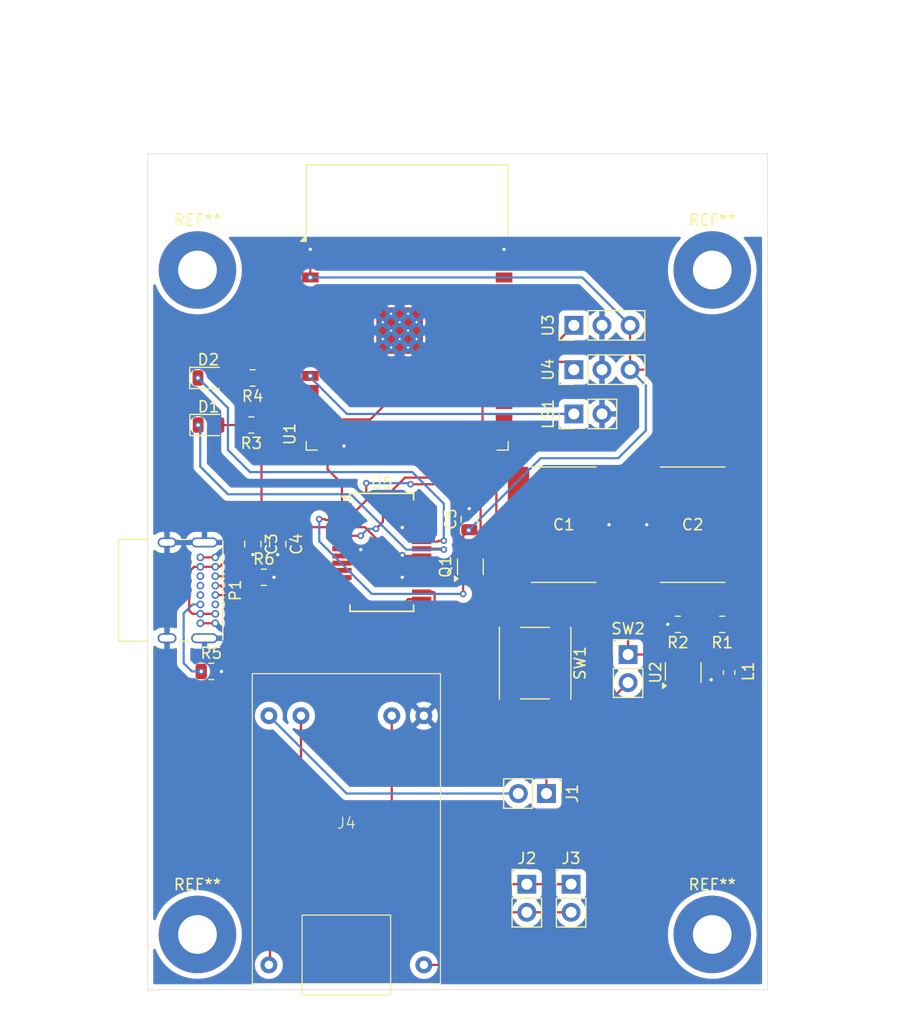
<source format=kicad_pcb>
(kicad_pcb (version 20240108) (generator "pcbnew") (generator_version "8.0")
  (layers (0 "F.Cu" signal) (1 "In1.Cu" signal) (2 "In2.Cu" signal) (31 "B.Cu" power) (34 "B.Paste" user) (35 "F.Paste" user) (36 "B.SilkS" user "B.Silkscreen") (37 "F.SilkS" user "F.Silkscreen") (38 "B.Mask" user) (39 "F.Mask" user) (44 "Edge.Cuts" user))
  (net 0 "")
  (net 1 "GND")
  (net 2 "/VCC_3.7")
  (net 3 "Net-(BT1--)")
  (net 4 "Net-(J1-Pin_1)")
  (net 5 "Net-(J2-Pin_1)")
  (net 6 "Net-(J2-Pin_2)")
  (net 7 "Net-(J4-Pin_6)")
  (net 8 "Net-(BT1-+)")
  (net 9 "Net-(U2-SW)")
  (net 10 "Net-(U1-IO25)")
  (net 11 "Net-(U2-FB)")
  (net 25 "/MOT_SENS2")
  (net 26 "/MOT_SENS1")
  (net 42 "/RESET")
  (net 43 "/DTR")
  (net 44 "/RTS")
  (net 45 "/GPIO0")
  (net 46 "/RX")
  (net 47 "/TX")
  (net 49 "/RXLED")
  (net 51 "/USB_D+")
  (net 52 "/USB_D-")
  (net 57 "/TXLED")
  (net 60 "/VCC_USB5")
  (net 63 "Net-(D1-A)")
  (net 64 "Net-(D2-A)")
  (net 65 "Net-(P1-CC)")
  (net 67 "Net-(P1-VCONN)")
  (footprint "LED_SMD:LED_0805_2012Metric" (layer "F.Cu") (at 69.5 103)
    (property "Reference" "D1" (at 0 -1.65 0) (layer "F.SilkS"))
    (property "Value" "RED")
    (pad "1" smd roundrect (at -0.9375 0) (size 0.975 1.4) (layers "F.Cu" "F.Paste" "F.Mask") (net 49 "/RXLED"))
    (pad "2" smd roundrect (at 0.9375 0) (size 0.975 1.4) (layers "F.Cu" "F.Paste" "F.Mask") (net 63 "Net-(D1-A)"))
  )
  (footprint "Connector_PinHeader_2.54mm:PinHeader_1x02_P2.54mm_Vertical" (layer "F.Cu") (at 98.25 144.46)
    (property "Reference" "J2" (at 0 -2.33 360) (layer "F.SilkS"))
    (property "Value" "Photovolatic Panel 1")
    (pad "1" thru_hole rect (at 0 0) (size 1.7 1.7) (drill 1) (layers "*.Cu" "*.Mask") (net 5 "Net-(J2-Pin_1)"))
    (pad "2" thru_hole oval (at 0 2.54) (size 1.7 1.7) (drill 1) (layers "*.Cu" "*.Mask") (net 6 "Net-(J2-Pin_2)"))
  )
  (footprint "Capacitor_SMD:C_3640_9110Metric" (layer "F.Cu") (at 101.5875 112)
    (property "Reference" "C1" (at 0 0 0) (layer "F.SilkS"))
    (property "Value" "10uF")
    (pad "1" smd roundrect (at -4.0875 0) (size 1.925 10.45) (layers "F.Cu" "F.Paste" "F.Mask") (roundrect_rratio 0.12987) (net 2 "/VCC_3.7"))
    (pad "2" smd roundrect (at 4.0875 0) (size 1.925 10.45) (layers "F.Cu" "F.Paste" "F.Mask") (roundrect_rratio 0.12987) (net 1 "GND"))
  )
  (footprint "Capacitor_SMD:C_0805_2012Metric" (layer "F.Cu") (at 93.05 111.5 90)
    (property "Reference" "C5" (at 0 -1.68 90) (layer "F.SilkS"))
    (property "Value" "100nF")
    (pad "1" smd roundrect (at -0.95 0 90) (size 1 1.45) (layers "F.Cu" "F.Paste" "F.Mask") (net 42 "/RESET"))
    (pad "2" smd roundrect (at 0.95 0 90) (size 1 1.45) (layers "F.Cu" "F.Paste" "F.Mask") (net 1 "GND"))
  )
  (footprint "Inductor_SMD:L_0603_1608Metric_Pad1.05x0.95mm_HandSolder" (layer "F.Cu") (at 116.5275 125.3475 -90)
    (property "Reference" "L1" (at -0.0975 -1.7225 90) (layer "F.SilkS"))
    (property "Value" "2.97uH")
    (pad "1" smd roundrect (at -0.875 0 270) (size 1.05 0.95) (layers "F.Cu" "F.Paste" "F.Mask") (net 42 "/RESET"))
    (pad "2" smd roundrect (at 0.875 0 270) (size 1.05 0.95) (layers "F.Cu" "F.Paste" "F.Mask") (net 9 "Net-(U2-SW)"))
  )
  (footprint "Resistor_SMD:R_0805_2012Metric" (layer "F.Cu") (at 111.8975 120.9975 180)
    (property "Reference" "R2" (at 0 -1.65 360) (layer "F.SilkS"))
    (property "Value" "44.2K")
    (pad "1" smd roundrect (at -0.9125 0 180) (size 1.025 1.4) (layers "F.Cu" "F.Paste" "F.Mask") (roundrect_rratio 0.243902) (net 11 "Net-(U2-FB)"))
    (pad "2" smd roundrect (at 0.9125 0 180) (size 1.025 1.4) (layers "F.Cu" "F.Paste" "F.Mask") (roundrect_rratio 0.243902) (net 1 "GND"))
  )
  (footprint "Connector_PinHeader_2.54mm:PinHeader_1x03_P2.54mm_Vertical" (layer "F.Cu") (at 102.5 98 90)
    (property "Reference" "U4" (at 0 -2.33 90) (layer "F.SilkS"))
    (property "Value" "HC-SR501")
    (pad "1" thru_hole rect (at 0 0 90) (size 1.7 1.7) (drill 1) (layers "*.Cu" "*.Mask") (net 25 "/MOT_SENS2"))
    (pad "2" thru_hole oval (at 0 2.54 90) (size 1.7 1.7) (drill 1) (layers "*.Cu" "*.Mask") (net 1 "GND"))
    (pad "3" thru_hole oval (at 0 5.08 90) (size 1.7 1.7) (drill 1) (layers "*.Cu" "*.Mask") (net 42 "/RESET"))
  )
  (footprint "Resistor_SMD:R_0805_2012Metric" (layer "F.Cu") (at 69.75 125.25)
    (property "Reference" "R5" (at 0 -1.65 0) (layer "F.SilkS"))
    (property "Value" "5.1k")
    (pad "1" smd roundrect (at -0.9125 0) (size 1.025 1.4) (layers "F.Cu" "F.Paste" "F.Mask") (roundrect_rratio 0.243902) (net 67 "Net-(P1-VCONN)"))
    (pad "2" smd roundrect (at 0.9125 0) (size 1.025 1.4) (layers "F.Cu" "F.Paste" "F.Mask") (roundrect_rratio 0.243902) (net 1 "GND"))
  )
  (footprint "Resistor_SMD:R_0805_2012Metric" (layer "F.Cu") (at 115.8975 120.9975 180)
    (property "Reference" "R1" (at 0 -1.65 360) (layer "F.SilkS"))
    (property "Value" "200K")
    (pad "1" smd roundrect (at -0.9125 0 180) (size 1.025 1.4) (layers "F.Cu" "F.Paste" "F.Mask") (roundrect_rratio 0.243902) (net 42 "/RESET"))
    (pad "2" smd roundrect (at 0.9125 0 180) (size 1.025 1.4) (layers "F.Cu" "F.Paste" "F.Mask") (roundrect_rratio 0.243902) (net 11 "Net-(U2-FB)"))
  )
  (footprint "Connector_PinHeader_2.54mm:PinHeader_1x02_P2.54mm_Vertical" (layer "F.Cu") (at 102.5 102 90)
    (property "Reference" "LS1" (at 0 -2.33 90) (layer "F.SilkS"))
    (property "Value" "Speaker")
    (pad "1" thru_hole rect (at 0 0 90) (size 1.7 1.7) (drill 1) (layers "*.Cu" "*.Mask") (net 10 "Net-(U1-IO25)"))
    (pad "2" thru_hole oval (at 0 2.54 90) (size 1.7 1.7) (drill 1) (layers "*.Cu" "*.Mask") (net 1 "GND"))
  )
  (footprint "Package_SO:SSOP-28_5.3x10.2mm_P0.65mm" (layer "F.Cu") (at 85.15 114.5)
    (property "Reference" "U5" (at 0 -6.25 0) (layer "F.SilkS"))
    (property "Value" "FT232RL")
    (pad "1" smd rect (at -3.6 -4.225) (size 1.75 0.45) (layers "F.Cu" "F.Paste" "F.Mask") (net 47 "/TX"))
    (pad "2" smd rect (at -3.6 -3.575) (size 1.75 0.45) (layers "F.Cu" "F.Paste" "F.Mask") (net 43 "/DTR"))
    (pad "3" smd rect (at -3.6 -2.925) (size 1.75 0.45) (layers "F.Cu" "F.Paste" "F.Mask") (net 44 "/RTS"))
    (pad "4" smd rect (at -3.6 -2.275) (size 1.75 0.45) (layers "F.Cu" "F.Paste" "F.Mask") (net 60 "/VCC_USB5"))
    (pad "5" smd rect (at -3.6 -1.625) (size 1.75 0.45) (layers "F.Cu" "F.Paste" "F.Mask") (net 46 "/RX"))
    (pad "6" smd rect (at -3.6 -0.975) (size 1.75 0.45) (layers "F.Cu" "F.Paste" "F.Mask"))
    (pad "7" smd rect (at -3.6 -0.325) (size 1.75 0.45) (layers "F.Cu" "F.Paste" "F.Mask") (net 1 "GND"))
    (pad "8" smd rect (at -3.6 0.325) (size 1.75 0.45) (layers "F.Cu" "F.Paste" "F.Mask"))
    (pad "9" smd rect (at -3.6 0.975) (size 1.75 0.45) (layers "F.Cu" "F.Paste" "F.Mask"))
    (pad "10" smd rect (at -3.6 1.625) (size 1.75 0.45) (layers "F.Cu" "F.Paste" "F.Mask"))
    (pad "11" smd rect (at -3.6 2.275) (size 1.75 0.45) (layers "F.Cu" "F.Paste" "F.Mask"))
    (pad "12" smd rect (at -3.6 2.925) (size 1.75 0.45) (layers "F.Cu" "F.Paste" "F.Mask"))
    (pad "13" smd rect (at -3.6 3.575) (size 1.75 0.45) (layers "F.Cu" "F.Paste" "F.Mask"))
    (pad "14" smd rect (at -3.6 4.225) (size 1.75 0.45) (layers "F.Cu" "F.Paste" "F.Mask"))
    (pad "15" smd rect (at 3.6 4.225) (size 1.75 0.45) (layers "F.Cu" "F.Paste" "F.Mask") (net 51 "/USB_D+"))
    (pad "16" smd rect (at 3.6 3.575) (size 1.75 0.45) (layers "F.Cu" "F.Paste" "F.Mask") (net 52 "/USB_D-"))
    (pad "17" smd rect (at 3.6 2.925) (size 1.75 0.45) (layers "F.Cu" "F.Paste" "F.Mask") (net 42 "/RESET"))
    (pad "18" smd rect (at 3.6 2.275) (size 1.75 0.45) (layers "F.Cu" "F.Paste" "F.Mask") (net 1 "GND"))
    (pad "19" smd rect (at 3.6 1.625) (size 1.75 0.45) (layers "F.Cu" "F.Paste" "F.Mask"))
    (pad "20" smd rect (at 3.6 0.975) (size 1.75 0.45) (layers "F.Cu" "F.Paste" "F.Mask") (net 60 "/VCC_USB5"))
    (pad "21" smd rect (at 3.6 0.325) (size 1.75 0.45) (layers "F.Cu" "F.Paste" "F.Mask") (net 1 "GND"))
    (pad "22" smd rect (at 3.6 -0.325) (size 1.75 0.45) (layers "F.Cu" "F.Paste" "F.Mask") (net 49 "/RXLED"))
    (pad "23" smd rect (at 3.6 -0.975) (size 1.75 0.45) (layers "F.Cu" "F.Paste" "F.Mask") (net 57 "/TXLED"))
    (pad "24" smd rect (at 3.6 -1.625) (size 1.75 0.45) (layers "F.Cu" "F.Paste" "F.Mask"))
    (pad "25" smd rect (at 3.6 -2.275) (size 1.75 0.45) (layers "F.Cu" "F.Paste" "F.Mask") (net 1 "GND"))
    (pad "26" smd rect (at 3.6 -2.925) (size 1.75 0.45) (layers "F.Cu" "F.Paste" "F.Mask") (net 1 "GND"))
    (pad "27" smd rect (at 3.6 -3.575) (size 1.75 0.45) (layers "F.Cu" "F.Paste" "F.Mask"))
    (pad "28" smd rect (at 3.6 -4.225) (size 1.75 0.45) (layers "F.Cu" "F.Paste" "F.Mask"))
  )
  (footprint "Connector_PinHeader_2.54mm:PinHeader_1x02_P2.54mm_Vertical" (layer "F.Cu") (at 100.025 136.275 -90)
    (property "Reference" "J1" (at 0 -2.33 90) (layer "F.SilkS"))
    (property "Value" "Battery capacity LED indicator")
    (pad "1" thru_hole rect (at 0 0 270) (size 1.7 1.7) (drill 1) (layers "*.Cu" "*.Mask") (net 4 "Net-(J1-Pin_1)"))
    (pad "2" thru_hole oval (at 0 2.54 270) (size 1.7 1.7) (drill 1) (layers "*.Cu" "*.Mask") (net 3 "Net-(BT1--)"))
  )
  (footprint "Connector_USB:USB_C_Receptacle_GCT_USB4085" (layer "F.Cu") (at 70.11 114.95 -90)
    (property "Reference" "P1" (at 2.975 -1.8 90) (layer "F.SilkS"))
    (property "Value" "USB_C_Plug")
    (pad "A1" thru_hole circle (at 0 0 270) (size 0.7 0.7) (drill 0.4) (layers "*.Cu" "*.Mask") (net 1 "GND"))
    (pad "A4" thru_hole circle (at 0.85 0 270) (size 0.7 0.7) (drill 0.4) (layers "*.Cu" "*.Mask") (net 60 "/VCC_USB5"))
    (pad "A5" thru_hole circle (at 1.7 0 270) (size 0.7 0.7) (drill 0.4) (layers "*.Cu" "*.Mask") (net 65 "Net-(P1-CC)"))
    (pad "A6" thru_hole circle (at 2.55 0 270) (size 0.7 0.7) (drill 0.4) (layers "*.Cu" "*.Mask") (net 51 "/USB_D+"))
    (pad "A7" thru_hole circle (at 3.4 0 270) (size 0.7 0.7) (drill 0.4) (layers "*.Cu" "*.Mask") (net 52 "/USB_D-"))
    (pad "A8" thru_hole circle (at 4.25 0 270) (size 0.7 0.7) (drill 0.4) (layers "*.Cu" "*.Mask"))
    (pad "A9" thru_hole circle (at 5.1 0 270) (size 0.7 0.7) (drill 0.4) (layers "*.Cu" "*.Mask") (net 60 "/VCC_USB5"))
    (pad "A12" thru_hole circle (at 5.95 0 270) (size 0.7 0.7) (drill 0.4) (layers "*.Cu" "*.Mask") (net 1 "GND"))
    (pad "B1" thru_hole circle (at 5.95 1.35 270) (size 0.7 0.7) (drill 0.4) (layers "*.Cu" "*.Mask") (net 1 "GND"))
    (pad "B4" thru_hole circle (at 5.1 1.35 270) (size 0.7 0.7) (drill 0.4) (layers "*.Cu" "*.Mask") (net 60 "/VCC_USB5"))
    (pad "B5" thru_hole circle (at 4.25 1.35 270) (size 0.7 0.7) (drill 0.4) (layers "*.Cu" "*.Mask") (net 67 "Net-(P1-VCONN)"))
    (pad "B6" thru_hole circle (at 3.4 1.35 270) (size 0.7 0.7) (drill 0.4) (layers "*.Cu" "*.Mask"))
    (pad "B7" thru_hole circle (at 2.55 1.35 270) (size 0.7 0.7) (drill 0.4) (layers "*.Cu" "*.Mask"))
    (pad "B8" thru_hole circle (at 1.7 1.35 270) (size 0.7 0.7) (drill 0.4) (layers "*.Cu" "*.Mask"))
    (pad "B9" thru_hole circle (at 0.85 1.35 270) (size 0.7 0.7) (drill 0.4) (layers "*.Cu" "*.Mask") (net 60 "/VCC_USB5"))
    (pad "B12" thru_hole circle (at 0 1.35 270) (size 0.7 0.7) (drill 0.4) (layers "*.Cu" "*.Mask") (net 1 "GND"))
    (pad "S1" thru_hole oval (at -1.35 0.98 270) (size 0.9 2.4) (drill oval 0.6 2.1) (layers "*.Cu" "*.Mask") (net 1 "GND"))
    (pad "S1" thru_hole oval (at -1.35 4.36 270) (size 0.9 1.7) (drill oval 0.6 1.4) (layers "*.Cu" "*.Mask") (net 1 "GND"))
    (pad "S1" thru_hole oval (at 7.3 0.98 270) (size 0.9 2.4) (drill oval 0.6 2.1) (layers "*.Cu" "*.Mask") (net 1 "GND"))
    (pad "S1" thru_hole oval (at 7.3 4.36 270) (size 0.9 1.7) (drill oval 0.6 1.4) (layers "*.Cu" "*.Mask") (net 1 "GND"))
  )
  (footprint "Package_TO_SOT_SMD:SOT-363_SC-70-6" (layer "F.Cu") (at 93.15 115.8 90)
    (property "Reference" "Q1" (at 0 -2.25 90) (layer "F.SilkS"))
    (property "Value" "UMH3N")
    (pad "1" smd roundrect (at -0.95 -0.65 90) (size 0.65 0.4) (layers "F.Cu" "F.Paste" "F.Mask") (net 44 "/RTS"))
    (pad "2" smd roundrect (at -0.95 0 90) (size 0.65 0.4) (layers "F.Cu" "F.Paste" "F.Mask") (net 43 "/DTR"))
    (pad "3" smd roundrect (at -0.95 0.65 90) (size 0.65 0.4) (layers "F.Cu" "F.Paste" "F.Mask") (net 45 "/GPIO0"))
    (pad "4" smd roundrect (at 0.95 0.65 90) (size 0.65 0.4) (layers "F.Cu" "F.Paste" "F.Mask") (net 43 "/DTR"))
    (pad "5" smd roundrect (at 0.95 0 90) (size 0.65 0.4) (layers "F.Cu" "F.Paste" "F.Mask") (net 44 "/RTS"))
    (pad "6" smd roundrect (at 0.95 -0.65 90) (size 0.65 0.4) (layers "F.Cu" "F.Paste" "F.Mask") (net 42 "/RESET"))
  )
  (footprint "Package_TO_SOT_SMD:SOT-23-8_Handsoldering" (layer "F.Cu") (at 112.3775 125.3475 90)
    (property "Reference" "U2" (at 0 -2.5 90) (layer "F.SilkS"))
    (property "Value" "MP2161GJ-Z")
    (pad "1" smd roundrect (at -1.35 -0.98 90) (size 1.56 0.4) (layers "F.Cu" "F.Paste" "F.Mask"))
    (pad "2" smd roundrect (at -1.35 -0.33 90) (size 1.56 0.4) (layers "F.Cu" "F.Paste" "F.Mask") (net 2 "/VCC_3.7"))
    (pad "3" smd roundrect (at -1.35 0.33 90) (size 1.56 0.4) (layers "F.Cu" "F.Paste" "F.Mask") (net 9 "Net-(U2-SW)"))
    (pad "4" smd roundrect (at -1.35 0.98 90) (size 1.56 0.4) (layers "F.Cu" "F.Paste" "F.Mask") (net 1 "GND"))
    (pad "5" smd roundrect (at 1.35 0.98 90) (size 1.56 0.4) (layers "F.Cu" "F.Paste" "F.Mask") (net 42 "/RESET"))
    (pad "6" smd roundrect (at 1.35 0.33 90) (size 1.56 0.4) (layers "F.Cu" "F.Paste" "F.Mask") (net 1 "GND"))
    (pad "7" smd roundrect (at 1.35 -0.33 90) (size 1.56 0.4) (layers "F.Cu" "F.Paste" "F.Mask") (net 11 "Net-(U2-FB)"))
    (pad "8" smd roundrect (at 1.35 -0.98 90) (size 1.56 0.4) (layers "F.Cu" "F.Paste" "F.Mask") (net 2 "/VCC_3.7"))
  )
  (footprint "Capacitor_SMD:C_3640_9110Metric" (layer "F.Cu") (at 113.2375 112 180)
    (property "Reference" "C2" (at 0 0 360) (layer "F.SilkS"))
    (property "Value" "10uF")
    (pad "1" smd roundrect (at -4.0875 0 180) (size 1.925 10.45) (layers "F.Cu" "F.Paste" "F.Mask") (roundrect_rratio 0.12987) (net 42 "/RESET"))
    (pad "2" smd roundrect (at 4.0875 0 180) (size 1.925 10.45) (layers "F.Cu" "F.Paste" "F.Mask") (roundrect_rratio 0.12987) (net 1 "GND"))
  )
  (footprint "MountingHole:MountingHole_3.5mm_Pad" (layer "F.Cu") (at 115 149)
    (property "Reference" "REF**" (at 0 -4.5 0) (layer "F.SilkS"))
    (property "Value" "MountingHole_3.5mm_Pad")
    (pad "1" thru_hole circle (at 0 0) (size 7 7) (drill 3.5) (layers "*.Cu" "*.Mask"))
  )
  (footprint "Connector_PinHeader_2.54mm:PinHeader_1x02_P2.54mm_Vertical" (layer "F.Cu") (at 107.3975 123.7225)
    (property "Reference" "SW2" (at 0 -2.33 0) (layer "F.SilkS"))
    (property "Value" "SW_SPDT")
    (pad "1" thru_hole rect (at 0 0) (size 1.7 1.7) (drill 1) (layers "*.Cu" "*.Mask") (net 2 "/VCC_3.7"))
    (pad "2" thru_hole oval (at 0 2.54) (size 1.7 1.7) (drill 1) (layers "*.Cu" "*.Mask") (net 7 "Net-(J4-Pin_6)"))
  )
  (footprint "MountingHole:MountingHole_3.5mm_Pad" (layer "F.Cu") (at 68.5 149)
    (property "Reference" "REF**" (at 0 -4.5 0) (layer "F.SilkS"))
    (property "Value" "MountingHole_3.5mm_Pad")
    (pad "1" thru_hole circle (at 0 0) (size 7 7) (drill 3.5) (layers "*.Cu" "*.Mask"))
  )
  (footprint "Connector_PinHeader_2.54mm:PinHeader_1x03_P2.54mm_Vertical" (layer "F.Cu") (at 102.5 94 90)
    (property "Reference" "U3" (at 0 -2.33 90) (layer "F.SilkS"))
    (property "Value" "HC-SR501")
    (pad "1" thru_hole rect (at 0 0 90) (size 1.7 1.7) (drill 1) (layers "*.Cu" "*.Mask") (net 26 "/MOT_SENS1"))
    (pad "2" thru_hole oval (at 0 2.54 90) (size 1.7 1.7) (drill 1) (layers "*.Cu" "*.Mask") (net 1 "GND"))
    (pad "3" thru_hole oval (at 0 5.08 90) (size 1.7 1.7) (drill 1) (layers "*.Cu" "*.Mask") (net 42 "/RESET"))
  )
  (footprint "MountingHole:MountingHole_3.5mm_Pad" (layer "F.Cu") (at 115 89)
    (property "Reference" "REF**" (at 0 -4.5 0) (layer "F.SilkS"))
    (property "Value" "MountingHole_3.5mm_Pad")
    (pad "1" thru_hole circle (at 0 0) (size 7 7) (drill 3.5) (layers "*.Cu" "*.Mask"))
  )
  (footprint "Button_Switch_SMD:SW_Push_1P1T_NO_6x6mm_H9.5mm" (layer "F.Cu") (at 99 124.5 -90)
    (property "Reference" "SW1" (at 0 -4.05 90) (layer "F.SilkS"))
    (property "Value" "SW_Push")
    (pad "1" smd rect (at -3.975 -2.25 270) (size 1.55 1.3) (layers "F.Cu" "F.Paste" "F.Mask") (net 4 "Net-(J1-Pin_1)"))
    (pad "1" smd rect (at 3.975 -2.25 270) (size 1.55 1.3) (layers "F.Cu" "F.Paste" "F.Mask") (net 4 "Net-(J1-Pin_1)"))
    (pad "2" smd rect (at -3.975 2.25 270) (size 1.55 1.3) (layers "F.Cu" "F.Paste" "F.Mask") (net 8 "Net-(BT1-+)"))
    (pad "2" smd rect (at 3.975 2.25 270) (size 1.55 1.3) (layers "F.Cu" "F.Paste" "F.Mask") (net 8 "Net-(BT1-+)"))
  )
  (footprint "Resistor_SMD:R_0805_2012Metric" (layer "F.Cu") (at 74.5 116.75)
    (property "Reference" "R6" (at 0 -1.65 0) (layer "F.SilkS"))
    (property "Value" "5.1k")
    (pad "1" smd roundrect (at -0.9125 0) (size 1.025 1.4) (layers "F.Cu" "F.Paste" "F.Mask") (roundrect_rratio 0.243902) (net 65 "Net-(P1-CC)"))
    (pad "2" smd roundrect (at 0.9125 0) (size 1.025 1.4) (layers "F.Cu" "F.Paste" "F.Mask") (roundrect_rratio 0.243902) (net 1 "GND"))
  )
  (footprint "MountingHole:MountingHole_3.5mm_Pad" (layer "F.Cu") (at 68.5 89)
    (property "Reference" "REF**" (at 0 -4.5 0) (layer "F.SilkS"))
    (property "Value" "MountingHole_3.5mm_Pad")
    (pad "1" thru_hole circle (at 0 0) (size 7 7) (drill 3.5) (layers "*.Cu" "*.Mask"))
  )
  (footprint "Connector_PinHeader_2.54mm:PinHeader_1x02_P2.54mm_Vertical" (layer "F.Cu") (at 102.25 144.46)
    (property "Reference" "J3" (at 0 -2.33 360) (layer "F.SilkS"))
    (property "Value" "Photovolatic Panel 2")
    (pad "1" thru_hole rect (at 0 0) (size 1.7 1.7) (drill 1) (layers "*.Cu" "*.Mask") (net 5 "Net-(J2-Pin_1)"))
    (pad "2" thru_hole oval (at 0 2.54) (size 1.7 1.7) (drill 1) (layers "*.Cu" "*.Mask") (net 6 "Net-(J2-Pin_2)"))
  )
  (footprint "RF_Module:ESP32-WROOM-32" (layer "F.Cu") (at 87.4425 95.385)
    (property "Reference" "U1" (at -10.61 8.43 90) (layer "F.SilkS"))
    (property "Value" "ESP32-WROOM-32")
    (pad "1" smd rect (at -8.75 -8.25) (size 1.5 0.9) (layers "F.Cu" "F.Paste" "F.Mask") (net 1 "GND"))
    (pad "2" smd rect (at -8.75 -6.98) (size 1.5 0.9) (layers "F.Cu" "F.Paste" "F.Mask") (net 42 "/RESET"))
    (pad "3" smd rect (at -8.75 -5.71) (size 1.5 0.9) (layers "F.Cu" "F.Paste" "F.Mask") (net 42 "/RESET"))
    (pad "4" smd rect (at -8.75 -4.44) (size 1.5 0.9) (layers "F.Cu" "F.Paste" "F.Mask"))
    (pad "5" smd rect (at -8.75 -3.17) (size 1.5 0.9) (layers "F.Cu" "F.Paste" "F.Mask"))
    (pad "6" smd rect (at -8.75 -1.9) (size 1.5 0.9) (layers "F.Cu" "F.Paste" "F.Mask"))
    (pad "7" smd rect (at -8.75 -0.63) (size 1.5 0.9) (layers "F.Cu" "F.Paste" "F.Mask"))
    (pad "8" smd rect (at -8.75 0.64) (size 1.5 0.9) (layers "F.Cu" "F.Paste" "F.Mask"))
    (pad "9" smd rect (at -8.75 1.91) (size 1.5 0.9) (layers "F.Cu" "F.Paste" "F.Mask"))
    (pad "10" smd rect (at -8.75 3.18) (size 1.5 0.9) (layers "F.Cu" "F.Paste" "F.Mask") (net 10 "Net-(U1-IO25)"))
    (pad "11" smd rect (at -8.75 4.45) (size 1.5 0.9) (layers "F.Cu" "F.Paste" "F.Mask"))
    (pad "12" smd rect (at -8.75 5.72) (size 1.5 0.9) (layers "F.Cu" "F.Paste" "F.Mask"))
    (pad "13" smd rect (at -8.75 6.99) (size 1.5 0.9) (layers "F.Cu" "F.Paste" "F.Mask"))
    (pad "14" smd rect (at -8.75 8.26) (size 1.5 0.9) (layers "F.Cu" "F.Paste" "F.Mask"))
    (pad "15" smd rect (at -5.71 9.51 90) (size 1.5 0.9) (layers "F.Cu" "F.Paste" "F.Mask") (net 1 "GND"))
    (pad "16" smd rect (at -4.44 9.51 90) (size 1.5 0.9) (layers "F.Cu" "F.Paste" "F.Mask"))
    (pad "17" smd rect (at -3.17 9.51 90) (size 1.5 0.9) (layers "F.Cu" "F.Paste" "F.Mask"))
    (pad "18" smd rect (at -1.9 9.51 90) (size 1.5 0.9) (layers "F.Cu" "F.Paste" "F.Mask"))
    (pad "19" smd rect (at -0.63 9.51 90) (size 1.5 0.9) (layers "F.Cu" "F.Paste" "F.Mask"))
    (pad "20" smd rect (at 0.64 9.51 90) (size 1.5 0.9) (layers "F.Cu" "F.Paste" "F.Mask"))
    (pad "21" smd rect (at 1.91 9.51 90) (size 1.5 0.9) (layers "F.Cu" "F.Paste" "F.Mask"))
    (pad "22" smd rect (at 3.18 9.51 90) (size 1.5 0.9) (layers "F.Cu" "F.Paste" "F.Mask"))
    (pad "23" smd rect (at 4.45 9.51 90) (size 1.5 0.9) (layers "F.Cu" "F.Paste" "F.Mask"))
    (pad "24" smd rect (at 5.72 9.51 90) (size 1.5 0.9) (layers "F.Cu" "F.Paste" "F.Mask"))
    (pad "25" smd rect (at 8.75 8.26) (size 1.5 0.9) (layers "F.Cu" "F.Paste" "F.Mask") (net 45 "/GPIO0"))
    (pad "26" smd rect (at 8.75 6.99) (size 1.5 0.9) (layers "F.Cu" "F.Paste" "F.Mask"))
    (pad "27" smd rect (at 8.75 5.72) (size 1.5 0.9) (layers "F.Cu" "F.Paste" "F.Mask"))
    (pad "28" smd rect (at 8.75 4.45) (size 1.5 0.9) (layers "F.Cu" "F.Paste" "F.Mask"))
    (pad "29" smd rect (at 8.75 3.18) (size 1.5 0.9) (layers "F.Cu" "F.Paste" "F.Mask"))
    (pad "30" smd rect (at 8.75 1.91) (size 1.5 0.9) (layers "F.Cu" "F.Paste" "F.Mask") (net 25 "/MOT_SENS2"))
    (pad "31" smd rect (at 8.75 0.64) (size 1.5 0.9) (layers "F.Cu" "F.Paste" "F.Mask") (net 26 "/MOT_SENS1"))
    (pad "32" smd rect (at 8.75 -0.63) (size 1.5 0.9) (layers "F.Cu" "F.Paste" "F.Mask"))
    (pad "33" smd rect (at 8.75 -1.9) (size 1.5 0.9) (layers "F.Cu" "F.Paste" "F.Mask"))
    (pad "34" smd rect (at 8.75 -3.17) (size 1.5 0.9) (layers "F.Cu" "F.Paste" "F.Mask") (net 46 "/RX"))
    (pad "35" smd rect (at 8.75 -4.44) (size 1.5 0.9) (layers "F.Cu" "F.Paste" "F.Mask") (net 47 "/TX"))
    (pad "36" smd rect (at 8.75 -5.71) (size 1.5 0.9) (layers "F.Cu" "F.Paste" "F.Mask"))
    (pad "37" smd rect (at 8.75 -6.98) (size 1.5 0.9) (layers "F.Cu" "F.Paste" "F.Mask"))
    (pad "38" smd rect (at 8.75 -8.25) (size 1.5 0.9) (layers "F.Cu" "F.Paste" "F.Mask") (net 1 "GND"))
    (pad "39" smd rect (at -2.205 -2.435) (size 1.05 1.05) (layers "F.Cu" "F.Paste") (net 1 "GND"))
    (pad "39" thru_hole circle (at -2.205 -1.6725) (size 0.6 0.6) (drill 0.2) (property pad_prop_heatsink) (layers "*.Cu" "F.Mask") (net 1 "GND"))
    (pad "39" smd rect (at -2.205 -0.91) (size 1.05 1.05) (layers "F.Cu" "F.Paste") (net 1 "GND"))
    (pad "39" thru_hole circle (at -2.205 -0.1475) (size 0.6 0.6) (drill 0.2) (property pad_prop_heatsink) (layers "*.Cu" "F.Mask") (net 1 "GND"))
    (pad "39" smd rect (at -2.205 0.615) (size 1.05 1.05) (layers "F.Cu" "F.Paste") (net 1 "GND"))
    (pad "39" thru_hole circle (at -1.4425 -2.435) (size 0.6 0.6) (drill 0.2) (property pad_prop_heatsink) (layers "*.Cu" "F.Mask") (net 1 "GND"))
    (pad "39" thru_hole circle (at -1.4425 -0.91) (size 0.6 0.6) (drill 0.2) (property pad_prop_heatsink) (layers "*.Cu" "F.Mask") (net 1 "GND"))
    (pad "39" thru_hole circle (at -1.4425 0.615) (size 0.6 0.6) (drill 0.2) (property pad_prop_heatsink) (layers "*.Cu" "F.Mask") (net 1 "GND"))
    (pad "39" smd rect (at -0.68 -2.435) (size 1.05 1.05) (layers "F.Cu" "F.Paste") (net 1 "GND"))
    (pad "39" thru_hole circle (at -0.68 -1.6725) (size 0.6 0.6) (drill 0.2) (property pad_prop_heatsink) (layers "*.Cu" "F.Mask") (net 1 "GND"))
    (pad "39" smd rect (at -0.68 -0.91) (size 1.05 1.05) (layers "F.Cu" "F.Paste") (net 1 "GND"))
    (pad "39" smd rect (at -0.68 -0.91) (size 4.2 4.2) (layers "F.Cu" "F.Mask") (net 1 "GND"))
    (pad "39" thru_hole circle (at -0.68 -0.1475) (size 0.6 0.6) (drill 0.2) (property pad_prop_heatsink) (layers "*.Cu" "F.Mask") (net 1 "GND"))
    (pad "39" smd rect (at -0.68 0.615) (size 1.05 1.05) (layers "F.Cu" "F.Paste") (net 1 "GND"))
    (pad "39" thru_hole circle (at 0.0825 -2.435) (size 0.6 0.6) (drill 0.2) (property pad_prop_heatsink) (layers "*.Cu" "F.Mask") (net 1 "GND"))
    (pad "39" thru_hole circle (at 0.0825 -0.91) (size 0.6 0.6) (drill 0.2) (property pad_prop_heatsink) (layers "*.Cu" "F.Mask") (net 1 "GND"))
    (pad "39" thru_hole circle (at 0.0825 0.615) (size 0.6 0.6) (drill 0.2) (property pad_prop_heatsink) (layers "*.Cu" "F.Mask") (net 1 "GND"))
    (pad "39" smd rect (at 0.845 -2.435) (size 1.05 1.05) (layers "F.Cu" "F.Paste") (net 1 "GND"))
    (pad "39" thru_hole circle (at 0.845 -1.6725) (size 0.6 0.6) (drill 0.2) (property pad_prop_heatsink) (layers "*.Cu" "F.Mask") (net 1 "GND"))
    (pad "39" smd rect (at 0.845 -0.91) (size 1.05 1.05) (layers "F.Cu" "F.Paste") (net 1 "GND"))
    (pad "39" thru_hole circle (at 0.845 -0.1475) (size 0.6 0.6) (drill 0.2) (property pad_prop_heatsink) (layers "*.Cu" "F.Mask") (net 1 "GND"))
    (pad "39" smd rect (at 0.845 0.615) (size 1.05 1.05) (layers "F.Cu" "F.Paste") (net 1 "GND"))
    (zone (net 0) (net_name "") (layers "F.Cu" "In1.Cu" "B.Cu") (connect_pads (clearance 0)) (min_thickness 0.254)
      (keepout (tracks not_allowed) (vias not_allowed) (pads not_allowed) (copperpour not_allowed) (footprints not_allowed))
      (fill (thermal_gap 0.508) (thermal_bridge_width 0.508))
      (polygon (pts (xy 63.4425 85.585) (xy 111.4425 85.585) (xy 111.4425 64.645) (xy 63.4425 64.645)))
    )
  )
  (footprint "Resistor_SMD:R_0805_2012Metric" (layer "F.Cu") (at 73.480952 98.75 180)
    (property "Reference" "R4" (at 0 -1.65 360) (layer "F.SilkS"))
    (property "Value" "270")
    (pad "1" smd roundrect (at -0.9125 0 180) (size 1.025 1.4) (layers "F.Cu" "F.Paste" "F.Mask") (roundrect_rratio 0.243902) (net 60 "/VCC_USB5"))
    (pad "2" smd roundrect (at 0.9125 0 180) (size 1.025 1.4) (layers "F.Cu" "F.Paste" "F.Mask") (roundrect_rratio 0.243902) (net 64 "Net-(D2-A)"))
  )
  (footprint "Resistor_SMD:R_0805_2012Metric" (layer "F.Cu") (at 73.3675 103 180)
    (property "Reference" "R3" (at 0 -1.65 360) (layer "F.SilkS"))
    (property "Value" "270")
    (pad "1" smd roundrect (at -0.9125 0 180) (size 1.025 1.4) (layers "F.Cu" "F.Paste" "F.Mask") (roundrect_rratio 0.243902) (net 60 "/VCC_USB5"))
    (pad "2" smd roundrect (at 0.9125 0 180) (size 1.025 1.4) (layers "F.Cu" "F.Paste" "F.Mask") (roundrect_rratio 0.243902) (net 63 "Net-(D1-A)"))
  )
  (footprint "Capacitor_SMD:C_0805_2012Metric" (layer "F.Cu") (at 73.5 113.75 -90)
    (property "Reference" "C3" (at 0 -1.68 90) (layer "F.SilkS"))
    (property "Value" "4.7uF")
    (pad "1" smd roundrect (at -0.95 0 270) (size 1 1.45) (layers "F.Cu" "F.Paste" "F.Mask") (net 60 "/VCC_USB5"))
    (pad "2" smd roundrect (at 0.95 0 270) (size 1 1.45) (layers "F.Cu" "F.Paste" "F.Mask") (net 1 "GND"))
  )
  (footprint "Capacitor_SMD:C_0805_2012Metric" (layer "F.Cu") (at 75.75 113.75 -90)
    (property "Reference" "C4" (at 0 -1.68 90) (layer "F.SilkS"))
    (property "Value" "100nF")
    (pad "1" smd roundrect (at -0.95 0 270) (size 1 1.45) (layers "F.Cu" "F.Paste" "F.Mask") (net 60 "/VCC_USB5"))
    (pad "2" smd roundrect (at 0.95 0 270) (size 1 1.45) (layers "F.Cu" "F.Paste" "F.Mask") (net 1 "GND"))
  )
  (footprint "TP4056.:TP4056" (layer "F.Cu") (at 81.95 139.45)
    (property "Reference" "J4" (at 0 -0.5 0) (layer "F.SilkS") (effects (font (thickness 0.1))))
    (property "Value" "TP4056")
    (pad "1" thru_hole circle (at 7 -10.2) (size 1.524 1.524) (drill 0.762) (layers "*.Cu" "*.Mask") (net 1 "GND"))
    (pad "2" thru_hole circle (at 4.1 -10.2) (size 1.524 1.524) (drill 0.762) (layers "*.Cu" "*.Mask") (net 5 "Net-(J2-Pin_1)"))
    (pad "3" thru_hole circle (at -4.1 -10.2) (size 1.524 1.524) (drill 0.762) (layers "*.Cu" "*.Mask") (net 6 "Net-(J2-Pin_2)"))
    (pad "4" thru_hole circle (at -7 -10.2) (size 1.524 1.524) (drill 0.762) (layers "*.Cu" "*.Mask") (net 3 "Net-(BT1--)"))
    (pad "5" thru_hole circle (at -7 12.3) (size 1.524 1.524) (drill 0.762) (layers "*.Cu" "*.Mask") (net 8 "Net-(BT1-+)"))
    (pad "6" thru_hole circle (at 7 12.3) (size 1.524 1.524) (drill 0.762) (layers "*.Cu" "*.Mask") (net 7 "Net-(J4-Pin_6)"))
  )
  (footprint "LED_SMD:LED_0805_2012Metric" (layer "F.Cu") (at 69.480952 98.75)
    (property "Reference" "D2" (at 0 -1.65 0) (layer "F.SilkS"))
    (property "Value" "BLUE")
    (pad "1" smd roundrect (at -0.9375 0) (size 0.975 1.4) (layers "F.Cu" "F.Paste" "F.Mask") (net 57 "/TXLED"))
    (pad "2" smd roundrect (at 0.9375 0) (size 0.975 1.4) (layers "F.Cu" "F.Paste" "F.Mask") (net 64 "Net-(D2-A)"))
  )
  (gr_rect (start 64 78.5) (end 120 154) (stroke (width 0.05)) (fill none) (layer "Edge.Cuts"))
  (segment (start 113.3575 125.999044) (end 113.3575 126.6975) (width 0.2) (layer "F.Cu") (net 1))
  (segment (start 70.11 114.95) (end 68.76 114.95) (width 0.2) (layer "F.Cu") (net 1))
  (segment (start 87.025 112.225) (end 87 112.25) (width 0.2) (layer "F.Cu") (net 1))
  (segment (start 109.0875 112) (end 105.675 112) (width 0.2) (layer "F.Cu") (net 1))
  (segment (start 83.175 114.175) (end 83.25 114.25) (width 0.2) (layer "F.Cu") (net 1))
  (segment (start 81.55 114.175) (end 83.175 114.175) (width 0.2) (layer "F.Cu") (net 1))
  (segment (start 112.7075 125.349044) (end 113.3575 125.999044) (width 0.2) (layer "F.Cu") (net 1))
  (segment (start 88.75 116.775) (end 87.025 116.775) (width 0.2) (layer "F.Cu") (net 1))
  (segment (start 88.75 112.225) (end 87.025 112.225) (width 0.2) (layer "F.Cu") (net 1))
  (segment (start 113.3575 126.6975) (end 114.1975 126.6975) (width 0.2) (layer "F.Cu") (net 1))
  (segment (start 112.7075 123.9975) (end 112.7075 125.349044) (width 0.2) (layer "F.Cu") (net 1))
  (segment (start 114.1975 126.6975) (end 114.8975 125.9975) (width 0.2) (layer "F.Cu") (net 1))
  (segment (start 87.075 114.825) (end 87 114.75) (width 0.2) (layer "F.Cu") (net 1))
  (segment (start 88.75 111.575) (end 88.75 112.225) (width 0.2) (layer "F.Cu") (net 1))
  (segment (start 109.15 112) (end 109.0875 112) (width 0.2) (layer "F.Cu") (net 1))
  (segment (start 87.025 116.775) (end 87 116.75) (width 0.2) (layer "F.Cu") (net 1))
  (segment (start 70.11 120.9) (end 68.76 120.9) (width 0.2) (layer "F.Cu") (net 1))
  (segment (start 88.75 114.825) (end 87.075 114.825) (width 0.2) (layer "F.Cu") (net 1))
  (via (at 70.6625 125.25) (size 0.6) (drill 0.3) (layers "F.Cu" "B.Cu") (net 1))
  (via (at 78.6925 87.135) (size 0.6) (drill 0.3) (layers "F.Cu" "B.Cu") (net 1))
  (via (at 75.4125 116.75) (size 0.6) (drill 0.3) (layers "F.Cu" "B.Cu") (net 1))
  (via (at 93.05 110.55) (size 0.6) (drill 0.3) (layers "F.Cu" "B.Cu") (net 1))
  (via (at 83.25 114.25) (size 0.6) (drill 0.3) (layers "F.Cu" "B.Cu") (net 1))
  (via (at 105.675 112) (size 0.6) (drill 0.3) (layers "F.Cu" "B.Cu") (net 1))
  (via (at 114.8975 125.9975) (size 0.6) (drill 0.3) (layers "F.Cu" "B.Cu") (net 1))
  (via (at 110.985 120.9975) (size 0.6) (drill 0.3) (layers "F.Cu" "B.Cu") (net 1))
  (via (at 81.7325 104.895) (size 0.6) (drill 0.3) (layers "F.Cu" "B.Cu") (net 1))
  (via (at 87 114.75) (size 0.6) (drill 0.3) (layers "F.Cu" "B.Cu") (net 1))
  (via (at 96.1925 87.135) (size 0.6) (drill 0.3) (layers "F.Cu" "B.Cu") (net 1))
  (via (at 109.0875 112) (size 0.6) (drill 0.3) (layers "F.Cu" "B.Cu") (net 1))
  (via (at 73.5 114.7) (size 0.6) (drill 0.3) (layers "F.Cu" "B.Cu") (net 1))
  (via (at 75.75 114.7) (size 0.6) (drill 0.3) (layers "F.Cu" "B.Cu") (net 1))
  (via (at 87 116.75) (size 0.6) (drill 0.3) (layers "F.Cu" "B.Cu") (net 1))
  (via (at 87 112.25) (size 0.6) (drill 0.3) (layers "F.Cu" "B.Cu") (net 1))
  (segment (start 107.3975 123.7225) (end 111.1225 123.7225) (width 0.2) (layer "F.Cu") (net 2))
  (segment (start 107.3975 121.8975) (end 97.5 112) (width 0.2) (layer "F.Cu") (net 2))
  (segment (start 111.1225 123.7225) (end 111.3975 123.9975) (width 0.2) (layer "F.Cu") (net 2))
  (segment (start 107.3975 123.7225) (end 107.3975 121.8975) (width 0.2) (layer "F.Cu") (net 2))
  (segment (start 112.0475 125.917501) (end 112.0475 126.6975) (width 0.2) (layer "F.Cu") (net 2))
  (segment (start 111.3975 125.267501) (end 112.0475 125.917501) (width 0.2) (layer "F.Cu") (net 2))
  (segment (start 111.3975 123.9975) (end 111.3975 125.267501) (width 0.2) (layer "F.Cu") (net 2))
  (segment (start 81.975 136.275) (end 75.05 129.35) (width 0.2) (layer "B.Cu") (net 3))
  (segment (start 97.485 136.275) (end 81.975 136.275) (width 0.2) (layer "B.Cu") (net 3))
  (segment (start 100.025 136.275) (end 100.025 129.7) (width 0.2) (layer "F.Cu") (net 4))
  (segment (start 101.25 128.475) (end 101.25 120.525) (width 0.2) (layer "F.Cu") (net 4))
  (segment (start 100.025 129.7) (end 101.25 128.475) (width 0.2) (layer "F.Cu") (net 4))
  (segment (start 98.25 144.46) (end 102.25 144.46) (width 0.2) (layer "F.Cu") (net 5))
  (segment (start 93.46 144.46) (end 86.05 137.05) (width 0.2) (layer "F.Cu") (net 5))
  (segment (start 86.05 137.05) (end 86.05 129.45) (width 0.2) (layer "F.Cu") (net 5))
  (segment (start 98.25 144.46) (end 93.46 144.46) (width 0.2) (layer "F.Cu") (net 5))
  (segment (start 98.25 147) (end 102.25 147) (width 0.2) (layer "F.Cu") (net 6))
  (segment (start 77.85 134.85) (end 77.85 129.15) (width 0.2) (layer "F.Cu") (net 6))
  (segment (start 90 147) (end 77.85 134.85) (width 0.2) (layer "F.Cu") (net 6))
  (segment (start 98.25 147) (end 90 147) (width 0.2) (layer "F.Cu") (net 6))
  (segment (start 107.3975 126.2625) (end 104.5 129.16) (width 0.2) (layer "F.Cu") (net 7))
  (segment (start 104.5 129.16) (end 104.5 148.25) (width 0.2) (layer "F.Cu") (net 7))
  (segment (start 104.5 148.25) (end 101 151.75) (width 0.2) (layer "F.Cu") (net 7))
  (segment (start 101 151.75) (end 88.95 151.75) (width 0.2) (layer "F.Cu") (net 7))
  (segment (start 90.75 125) (end 73.5 125) (width 0.2) (layer "F.Cu") (net 8))
  (segment (start 72 126.5) (end 72 134.05) (width 0.2) (layer "F.Cu") (net 8))
  (segment (start 94.225 128.475) (end 90.75 125) (width 0.2) (layer "F.Cu") (net 8))
  (segment (start 75.05 137.1) (end 75.05 151.65) (width 0.2) (layer "F.Cu") (net 8))
  (segment (start 73.5 125) (end 72 126.5) (width 0.2) (layer "F.Cu") (net 8))
  (segment (start 96.75 128.475) (end 96.75 120.525) (width 0.2) (layer "F.Cu") (net 8))
  (segment (start 96.75 128.475) (end 94.225 128.475) (width 0.2) (layer "F.Cu") (net 8))
  (segment (start 72 134.05) (end 75.05 137.1) (width 0.2) (layer "F.Cu") (net 8))
  (segment (start 116.5275 126.2225) (end 114.9725 127.7775) (width 0.2) (layer "F.Cu") (net 9))
  (segment (start 114.9725 127.7775) (end 113.007501 127.7775) (width 0.2) (layer "F.Cu") (net 9))
  (segment (start 112.7075 127.477499) (end 112.7075 126.6975) (width 0.2) (layer "F.Cu") (net 9))
  (segment (start 113.007501 127.7775) (end 112.7075 127.477499) (width 0.2) (layer "F.Cu") (net 9))
  (via (at 78.6925 98.565) (size 0.6) (drill 0.3) (layers "F.Cu" "B.Cu") (net 10))
  (segment (start 82 102) (end 78.6925 98.6925) (width 0.2) (layer "B.Cu") (net 10))
  (segment (start 78.6925 98.6925) (end 78.6925 98.565) (width 0.2) (layer "B.Cu") (net 10))
  (segment (start 102.5 102) (end 82 102) (width 0.2) (layer "B.Cu") (net 10))
  (segment (start 112.81 122.085) (end 112.0475 122.8475) (width 0.2) (layer "F.Cu") (net 11))
  (segment (start 112.81 120.9975) (end 112.81 122.085) (width 0.2) (layer "F.Cu") (net 11))
  (segment (start 112.81 120.9975) (end 114.985 120.9975) (width 0.2) (layer "F.Cu") (net 11))
  (segment (start 112.0475 122.8475) (end 112.0475 123.9975) (width 0.2) (layer "F.Cu") (net 11))
  (segment (start 101.795 97.295) (end 96.1925 97.295) (width 0.2) (layer "F.Cu") (net 25))
  (segment (start 102.5 98) (end 101.795 97.295) (width 0.2) (layer "F.Cu") (net 25))
  (segment (start 100.475 96.025) (end 96.1925 96.025) (width 0.2) (layer "F.Cu") (net 26))
  (segment (start 102.5 94) (end 100.475 96.025) (width 0.2) (layer "F.Cu") (net 26))
  (segment (start 78.6925 88.405) (end 78.6925 89.675) (width 0.2) (layer "F.Cu") (net 42))
  (segment (start 89.8 117.55) (end 88.875 117.55) (width 0.2) (layer "F.Cu") (net 42))
  (segment (start 117.325 112) (end 117.325 105.825) (width 0.2) (layer "F.Cu") (net 42))
  (segment (start 113.8325 124.4725) (end 113.3575 123.9975) (width 0.2) (layer "F.Cu") (net 42))
  (segment (start 88.875 117.55) (end 88.75 117.425) (width 0.2) (layer "F.Cu") (net 42))
  (segment (start 107.58 94) (end 107.58 98) (width 0.2) (layer "F.Cu") (net 42))
  (segment (start 116.81 120.9975) (end 116.81 124.19) (width 0.2) (layer "F.Cu") (net 42))
  (segment (start 93.05 112.45) (end 93 112.5) (width 0.2) (layer "F.Cu") (net 42))
  (segment (start 117.325 112) (end 117.325 120.4825) (width 0.2) (layer "F.Cu") (net 42))
  (segment (start 117.325 105.825) (end 109.5 98) (width 0.2) (layer "F.Cu") (net 42))
  (segment (start 92.5 114.85) (end 89.8 117.55) (width 0.2) (layer "F.Cu") (net 42))
  (segment (start 116.81 124.19) (end 116.5275 124.4725) (width 0.2) (layer "F.Cu") (net 42))
  (segment (start 93 112.5) (end 92.5 113) (width 0.2) (layer "F.Cu") (net 42))
  (segment (start 92.5 113) (end 92.5 114.85) (width 0.2) (layer "F.Cu") (net 42))
  (segment (start 109.5 98) (end 107.58 98) (width 0.2) (layer "F.Cu") (net 42))
  (segment (start 116.5275 124.4725) (end 113.8325 124.4725) (width 0.2) (layer "F.Cu") (net 42))
  (segment (start 117.325 120.4825) (end 116.81 120.9975) (width 0.2) (layer "F.Cu") (net 42))
  (via (at 93 112.5) (size 0.6) (drill 0.3) (layers "F.Cu" "B.Cu") (net 42))
  (via (at 78.6925 89.675) (size 0.6) (drill 0.3) (layers "F.Cu" "B.Cu") (net 42))
  (segment (start 106.5 106) (end 109 103.5) (width 0.2) (layer "B.Cu") (net 42))
  (segment (start 107.58 94) (end 103.255 89.675) (width 0.2) (layer "B.Cu") (net 42))
  (segment (start 103.255 89.675) (end 78.6925 89.675) (width 0.2) (layer "B.Cu") (net 42))
  (segment (start 109 103.5) (end 109 99.42) (width 0.2) (layer "B.Cu") (net 42))
  (segment (start 109 99.42) (end 107.58 98) (width 0.2) (layer "B.Cu") (net 42))
  (segment (start 99.5 106) (end 106.5 106) (width 0.2) (layer "B.Cu") (net 42))
  (segment (start 93 112.5) (end 99.5 106) (width 0.2) (layer "B.Cu") (net 42))
  (segment (start 93.15 116.506544) (end 93.15 116.75) (width 0.2) (layer "F.Cu") (net 43))
  (segment (start 94.075 114.575) (end 94.075 110.065256) (width 0.2) (layer "F.Cu") (net 43))
  (segment (start 83.75 108.25) (end 83.75 109.8) (width 0.2) (layer "F.Cu") (net 43))
  (segment (start 93.8 114.85) (end 93.8 115.856544) (width 0.2) (layer "F.Cu") (net 43))
  (segment (start 93.8 114.85) (end 94.075 114.575) (width 0.2) (layer "F.Cu") (net 43))
  (segment (start 92.359744 108.35) (end 87.75 108.35) (width 0.2) (layer "F.Cu") (net 43))
  (segment (start 93.8 115.856544) (end 93.15 116.506544) (width 0.2) (layer "F.Cu") (net 43))
  (segment (start 82.625 110.925) (end 81.55 110.925) (width 0.2) (layer "F.Cu") (net 43))
  (segment (start 83.75 109.8) (end 82.625 110.925) (width 0.2) (layer "F.Cu") (net 43))
  (segment (start 94.075 110.065256) (end 92.359744 108.35) (width 0.2) (layer "F.Cu") (net 43))
  (via (at 83.75 108.25) (size 0.6) (drill 0.3) (layers "F.Cu" "B.Cu") (net 43))
  (via (at 87.75 108.35) (size 0.6) (drill 0.3) (layers "F.Cu" "B.Cu") (net 43))
  (segment (start 87.75 108.35) (end 87.65 108.25) (width 0.2) (layer "B.Cu") (net 43))
  (segment (start 87.65 108.25) (end 83.75 108.25) (width 0.2) (layer "B.Cu") (net 43))
  (segment (start 92.5 116.75) (end 92.5 118.25) (width 0.2) (layer "F.Cu") (net 44))
  (segment (start 93.15 115.174999) (end 92.5 115.824999) (width 0.2) (layer "F.Cu") (net 44))
  (segment (start 93.15 114.85) (end 93.15 115.174999) (width 0.2) (layer "F.Cu") (net 44))
  (segment (start 80 111.5) (end 80.075 111.575) (width 0.2) (layer "F.Cu") (net 44))
  (segment (start 92.5 115.824999) (end 92.5 116.75) (width 0.2) (layer "F.Cu") (net 44))
  (segment (start 80.075 111.575) (end 81.55 111.575) (width 0.2) (layer "F.Cu") (net 44))
  (segment (start 79.5 111.5) (end 80 111.5) (width 0.2) (layer "F.Cu") (net 44))
  (via (at 79.5 111.5) (size 0.6) (drill 0.3) (layers "F.Cu" "B.Cu") (net 44))
  (via (at 92.5 118.25) (size 0.6) (drill 0.3) (layers "F.Cu" "B.Cu") (net 44))
  (segment (start 79.5 113.5) (end 79.5 111.5) (width 0.2) (layer "B.Cu") (net 44))
  (segment (start 82.25 116.25) (end 79.5 113.5) (width 0.2) (layer "B.Cu") (net 44))
  (segment (start 84.25 118.25) (end 82.25 116.25) (width 0.2) (layer "B.Cu") (net 44))
  (segment (start 92.5 118.25) (end 84.25 118.25) (width 0.2) (layer "B.Cu") (net 44))
  (segment (start 95.5 115.05) (end 93.8 116.75) (width 0.2) (layer "F.Cu") (net 45))
  (segment (start 96.1925 103.645) (end 95.5 104.3375) (width 0.2) (layer "F.Cu") (net 45))
  (segment (start 95.5 104.3375) (end 95.5 115.05) (width 0.2) (layer "F.Cu") (net 45))
  (segment (start 93.25 107.75) (end 87.25 107.75) (width 0.2) (layer "F.Cu") (net 46))
  (segment (start 83.25 113) (end 81.675 113) (width 0.2) (layer "F.Cu") (net 46))
  (segment (start 85.25 111.75) (end 84.625 112.375) (width 0.2) (layer "F.Cu") (net 46))
  (segment (start 96.1925 92.215) (end 95.6625 92.215) (width 0.2) (layer "F.Cu") (net 46))
  (segment (start 85.25 109.75) (end 85.25 110) (width 0.2) (layer "F.Cu") (net 46))
  (segment (start 87.25 107.75) (end 85.25 109.75) (width 0.2) (layer "F.Cu") (net 46))
  (segment (start 94.25 93.6275) (end 94.25 106.75) (width 0.2) (layer "F.Cu") (net 46))
  (segment (start 94.25 106.75) (end 93.25 107.75) (width 0.2) (layer "F.Cu") (net 46))
  (segment (start 85.25 110) (end 85.25 111.75) (width 0.2) (layer "F.Cu") (net 46))
  (segment (start 95.6625 92.215) (end 94.25 93.6275) (width 0.2) (layer "F.Cu") (net 46))
  (segment (start 81.675 113) (end 81.55 112.875) (width 0.2) (layer "F.Cu") (net 46))
  (via (at 84.625 112.375) (size 0.6) (drill 0.3) (layers "F.Cu" "B.Cu") (net 46))
  (via (at 83.25 113) (size 0.6) (drill 0.3) (layers "F.Cu" "B.Cu") (net 46))
  (segment (start 83.875 112.375) (end 83.25 113) (width 0.2) (layer "B.Cu") (net 46))
  (segment (start 84.625 112.375) (end 83.875 112.375) (width 0.2) (layer "B.Cu") (net 46))
  (segment (start 80.25 106.5) (end 80.75 106) (width 0.2) (layer "F.Cu") (net 47))
  (segment (start 81.55 110.275) (end 81.55 108.3) (width 0.2) (layer "F.Cu") (net 47))
  (segment (start 95.6625 90.945) (end 96.1925 90.945) (width 0.2) (layer "F.Cu") (net 47))
  (segment (start 81.55 108.3) (end 80.25 107) (width 0.2) (layer "F.Cu") (net 47))
  (segment (start 84.1075 102.5) (end 95.6625 90.945) (width 0.2) (layer "F.Cu") (net 47))
  (segment (start 80.25 107) (end 80.25 106.5) (width 0.2) (layer "F.Cu") (net 47))
  (segment (start 80.75 102.5) (end 84.1075 102.5) (width 0.2) (layer "F.Cu") (net 47))
  (segment (start 80.75 106) (end 80.75 102.5) (width 0.2) (layer "F.Cu") (net 47))
  (segment (start 88.75 114.175) (end 90.675 114.175) (width 0.2) (layer "F.Cu") (net 49))
  (segment (start 90.675 114.175) (end 90.75 114.25) (width 0.2) (layer "F.Cu") (net 49))
  (via (at 68.5625 103) (size 0.6) (drill 0.3) (layers "F.Cu" "B.Cu") (net 49))
  (via (at 90.75 114.25) (size 0.6) (drill 0.3) (layers "F.Cu" "B.Cu") (net 49))
  (segment (start 71.25 109.25) (end 68.75 106.75) (width 0.2) (layer "B.Cu") (net 49))
  (segment (start 82.348529 109.25) (end 71.25 109.25) (width 0.2) (layer "B.Cu") (net 49))
  (segment (start 87.348529 114.25) (end 82.348529 109.25) (width 0.2) (layer "B.Cu") (net 49))
  (segment (start 68.75 106.75) (end 68.75 103.1875) (width 0.2) (layer "B.Cu") (net 49))
  (segment (start 68.75 103.1875) (end 68.5625 103) (width 0.2) (layer "B.Cu") (net 49))
  (segment (start 90.75 114.25) (end 87.348529 114.25) (width 0.2) (layer "B.Cu") (net 49))
  (segment (start 70.604974 117.5) (end 72.604974 119.5) (width 0.2) (layer "F.Cu") (net 51))
  (segment (start 70.11 117.5) (end 70.604974 117.5) (width 0.2) (layer "F.Cu") (net 51))
  (segment (start 72.604974 119.5) (end 86.75 119.5) (width 0.2) (layer "F.Cu") (net 51))
  (segment (start 87.525 118.725) (end 88.75 118.725) (width 0.2) (layer "F.Cu") (net 51))
  (segment (start 86.75 119.5) (end 87.525 118.725) (width 0.2) (layer "F.Cu") (net 51))
  (segment (start 70.11 118.35) (end 70.889288 118.35) (width 0.2) (layer "F.Cu") (net 52))
  (segment (start 89.925 119.25) (end 89.925 118.175) (width 0.2) (layer "F.Cu") (net 52))
  (segment (start 89.825 118.075) (end 88.75 118.075) (width 0.2) (layer "F.Cu") (net 52))
  (segment (start 89.275 119.9) (end 89.925 119.25) (width 0.2) (layer "F.Cu") (net 52))
  (segment (start 70.889288 118.35) (end 72.439288 119.9) (width 0.2) (layer "F.Cu") (net 52))
  (segment (start 72.439288 119.9) (end 89.275 119.9) (width 0.2) (layer "F.Cu") (net 52))
  (segment (start 89.925 118.175) (end 89.825 118.075) (width 0.2) (layer "F.Cu") (net 52))
  (segment (start 90.300003 113.449997) (end 90.225 113.525) (width 0.2) (layer "F.Cu") (net 57))
  (segment (start 90.75 113.449997) (end 90.300003 113.449997) (width 0.2) (layer "F.Cu") (net 57))
  (segment (start 90.225 113.525) (end 88.75 113.525) (width 0.2) (layer "F.Cu") (net 57))
  (via (at 90.75 113.449997) (size 0.6) (drill 0.3) (layers "F.Cu" "B.Cu") (net 57))
  (via (at 68.543452 98.75) (size 0.6) (drill 0.3) (layers "F.Cu" "B.Cu") (net 57))
  (segment (start 73.25 107.25) (end 87.900001 107.25) (width 0.2) (layer "B.Cu") (net 57))
  (segment (start 87.900001 107.25) (end 90.75 110.099999) (width 0.2) (layer "B.Cu") (net 57))
  (segment (start 71.25 105.25) (end 73.25 107.25) (width 0.2) (layer "B.Cu") (net 57))
  (segment (start 68.543452 98.75) (end 71.25 101.456548) (width 0.2) (layer "B.Cu") (net 57))
  (segment (start 71.25 101.456548) (end 71.25 105.25) (width 0.2) (layer "B.Cu") (net 57))
  (segment (start 90.75 110.099999) (end 90.75 113.449997) (width 0.2) (layer "B.Cu") (net 57))
  (segment (start 83.626471 112.225) (end 81.55 112.225) (width 0.2) (layer "F.Cu") (net 60))
  (segment (start 70.5 115.8) (end 70.11 115.8) (width 0.2) (layer "F.Cu") (net 60))
  (segment (start 74.28 103) (end 74.28 111.33) (width 0.2) (layer "F.Cu") (net 60))
  (segment (start 70.11 120.05) (end 68.76 120.05) (width 0.2) (layer "F.Cu") (net 60))
  (segment (start 68.76 115.8) (end 70.11 115.8) (width 0.2) (layer "F.Cu") (net 60))
  (segment (start 74.393452 102.886548) (end 74.28 103) (width 0.2) (layer "F.Cu") (net 60))
  (segment (start 86.876471 115.475) (end 83.626471 112.225) (width 0.2) (layer "F.Cu") (net 60))
  (segment (start 73.5 112.8) (end 70.5 115.8) (width 0.2) (layer "F.Cu") (net 60))
  (segment (start 68.05 120.05) (end 67.75 119.75) (width 0.2) (layer "F.Cu") (net 60))
  (segment (start 67.75 119.75) (end 67.75 116.25) (width 0.2) (layer "F.Cu") (net 60))
  (segment (start 73.5 112.8) (end 75.75 112.8) (width 0.2) (layer "F.Cu") (net 60))
  (segment (start 67.75 116.25) (end 68.2 115.8) (width 0.2) (layer "F.Cu") (net 60))
  (segment (start 81.55 112.225) (end 76.325 112.225) (width 0.2) (layer "F.Cu") (net 60))
  (segment (start 74.393452 98.75) (end 74.393452 102.886548) (width 0.2) (layer "F.Cu") (net 60))
  (segment (start 74.28 111.33) (end 75.75 112.8) (width 0.2) (layer "F.Cu") (net 60))
  (segment (start 68.2 115.8) (end 68.76 115.8) (width 0.2) (layer "F.Cu") (net 60))
  (segment (start 68.76 120.05) (end 68.05 120.05) (width 0.2) (layer "F.Cu") (net 60))
  (segment (start 88.75 115.475) (end 86.876471 115.475) (width 0.2) (layer "F.Cu") (net 60))
  (segment (start 76.325 112.225) (end 75.75 112.8) (width 0.2) (layer "F.Cu") (net 60))
  (segment (start 72.455 103) (end 70.4375 103) (width 0.2) (layer "F.Cu") (net 63))
  (segment (start 70.418452 98.75) (end 72.568452 98.75) (width 0.2) (layer "F.Cu") (net 64))
  (segment (start 73.5875 117.25) (end 72.9875 116.65) (width 0.2) (layer "F.Cu") (net 65))
  (segment (start 72.9875 116.65) (end 70.11 116.65) (width 0.2) (layer "F.Cu") (net 65))
  (via (at 68.8375 125.25) (size 0.6) (drill 0.3) (layers "F.Cu" "B.Cu") (net 67))
  (segment (start 68.05 119.2) (end 67.25 120) (width 0.2) (layer "B.Cu") (net 67))
  (segment (start 67.25 124.5) (end 68 125.25) (width 0.2) (layer "B.Cu") (net 67))
  (segment (start 67.25 120) (end 67.25 124.5) (width 0.2) (layer "B.Cu") (net 67))
  (segment (start 68.76 119.2) (end 68.05 119.2) (width 0.2) (layer "B.Cu") (net 67))
  (segment (start 68 125.25) (end 68.8375 125.25) (width 0.2) (layer "B.Cu") (net 67))
  (zone (net 1) (net_name "GND") (layer "B.Cu") (connect_pads (clearance 0.5)) (min_thickness 0.25) (fill yes (thermal_gap 0.5) (thermal_bridge_width 0.5))
    (polygon (pts (xy 121 155) (xy 58 155) (xy 58 86) (xy 121 86)))
  )
)
</source>
